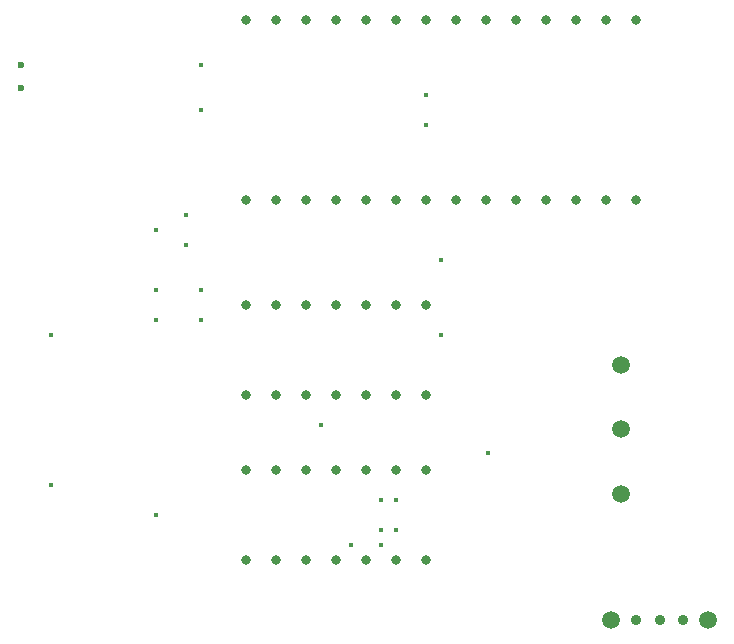
<source format=gbr>
%TF.GenerationSoftware,KiCad,Pcbnew,(5.1.12)-1*%
%TF.CreationDate,2021-11-17T19:12:11+01:00*%
%TF.ProjectId,SC-88VL,53432d38-3856-44c2-9e6b-696361645f70,rev?*%
%TF.SameCoordinates,Original*%
%TF.FileFunction,Plated,1,2,PTH,Drill*%
%TF.FilePolarity,Positive*%
%FSLAX46Y46*%
G04 Gerber Fmt 4.6, Leading zero omitted, Abs format (unit mm)*
G04 Created by KiCad (PCBNEW (5.1.12)-1) date 2021-11-17 19:12:11*
%MOMM*%
%LPD*%
G01*
G04 APERTURE LIST*
%TA.AperFunction,ViaDrill*%
%ADD10C,0.400000*%
%TD*%
%TA.AperFunction,ComponentDrill*%
%ADD11C,0.600000*%
%TD*%
%TA.AperFunction,ComponentDrill*%
%ADD12C,0.800000*%
%TD*%
%TA.AperFunction,ComponentDrill*%
%ADD13C,0.900000*%
%TD*%
%TA.AperFunction,ComponentDrill*%
%ADD14C,1.500000*%
%TD*%
G04 APERTURE END LIST*
D10*
X69850000Y-66040000D03*
X69850000Y-78740000D03*
X78740000Y-57150000D03*
X78740000Y-62230000D03*
X78740000Y-64770000D03*
X78740000Y-81280000D03*
X81280000Y-55880000D03*
X81280000Y-58420000D03*
X82550000Y-43180000D03*
X82550000Y-46990000D03*
X82550000Y-62230000D03*
X82550000Y-64770000D03*
X92710000Y-73660000D03*
X95250000Y-83820000D03*
X97790000Y-80010000D03*
X97790000Y-82550000D03*
X97790000Y-83820000D03*
X99060000Y-80010000D03*
X99060000Y-82550000D03*
X101600000Y-45720000D03*
X101600000Y-48260000D03*
X102870000Y-59690000D03*
X102870000Y-66040000D03*
X106815000Y-76065000D03*
D11*
%TO.C,33uf*%
X67310000Y-43180000D03*
X67310000Y-45180000D03*
D12*
%TO.C,TC9231N*%
X86360000Y-39370000D03*
X86360000Y-54610000D03*
%TO.C,74HC04*%
X86360000Y-63500000D03*
X86360000Y-71120000D03*
%TO.C,74HC74*%
X86360000Y-77470000D03*
X86360000Y-85090000D03*
%TO.C,TC9231N*%
X88900000Y-39370000D03*
X88900000Y-54610000D03*
%TO.C,74HC04*%
X88900000Y-63500000D03*
X88900000Y-71120000D03*
%TO.C,74HC74*%
X88900000Y-77470000D03*
X88900000Y-85090000D03*
%TO.C,TC9231N*%
X91440000Y-39370000D03*
X91440000Y-54610000D03*
%TO.C,74HC04*%
X91440000Y-63500000D03*
X91440000Y-71120000D03*
%TO.C,74HC74*%
X91440000Y-77470000D03*
X91440000Y-85090000D03*
%TO.C,TC9231N*%
X93980000Y-39370000D03*
X93980000Y-54610000D03*
%TO.C,74HC04*%
X93980000Y-63500000D03*
X93980000Y-71120000D03*
%TO.C,74HC74*%
X93980000Y-77470000D03*
X93980000Y-85090000D03*
%TO.C,TC9231N*%
X96520000Y-39370000D03*
X96520000Y-54610000D03*
%TO.C,74HC04*%
X96520000Y-63500000D03*
X96520000Y-71120000D03*
%TO.C,74HC74*%
X96520000Y-77470000D03*
X96520000Y-85090000D03*
%TO.C,TC9231N*%
X99060000Y-39370000D03*
X99060000Y-54610000D03*
%TO.C,74HC04*%
X99060000Y-63500000D03*
X99060000Y-71120000D03*
%TO.C,74HC74*%
X99060000Y-77470000D03*
X99060000Y-85090000D03*
%TO.C,TC9231N*%
X101600000Y-39370000D03*
X101600000Y-54610000D03*
%TO.C,74HC04*%
X101600000Y-63500000D03*
X101600000Y-71120000D03*
%TO.C,74HC74*%
X101600000Y-77470000D03*
X101600000Y-85090000D03*
%TO.C,TC9231N*%
X104140000Y-39370000D03*
X104140000Y-54610000D03*
X106680000Y-39370000D03*
X106680000Y-54610000D03*
X109220000Y-39370000D03*
X109220000Y-54610000D03*
X111760000Y-39370000D03*
X111760000Y-54610000D03*
X114300000Y-39370000D03*
X114300000Y-54610000D03*
X116840000Y-39370000D03*
X116840000Y-54610000D03*
X119380000Y-39370000D03*
X119380000Y-54610000D03*
D13*
%TO.C,SWITCH*%
X119380000Y-90170000D03*
X121380000Y-90170000D03*
X123380000Y-90170000D03*
D14*
X117280000Y-90170000D03*
%TO.C,TOSLINK TX*%
X118110000Y-68580000D03*
X118110000Y-74030000D03*
X118110000Y-79480000D03*
%TO.C,SWITCH*%
X125480000Y-90170000D03*
M02*

</source>
